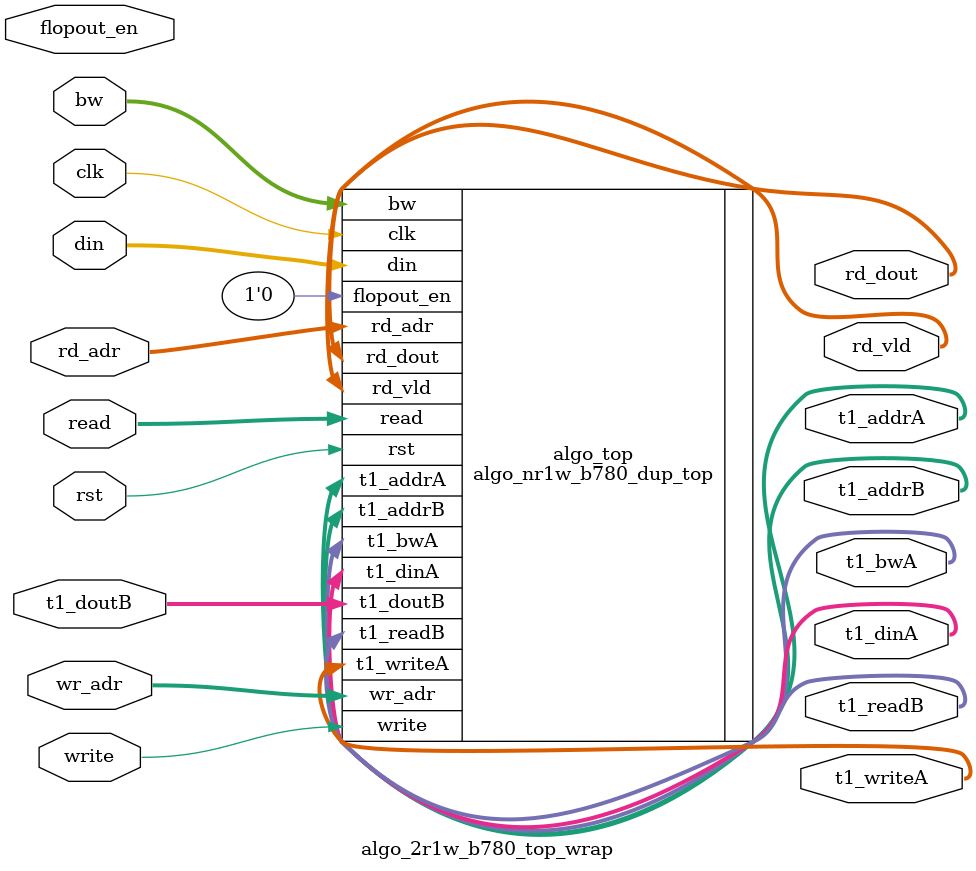
<source format=v>
module algo_2r1w_b780_top_wrap
#(parameter IP_WIDTH = 32, parameter IP_BITWIDTH = 5, parameter IP_DECCBITS = 7, parameter IP_NUMADDR = 8192, parameter IP_BITADDR = 13, 
parameter IP_NUMVBNK = 4,	parameter IP_BITVBNK = 2, parameter IP_BITPBNK = 3,
parameter IP_ENAECC = 0, parameter IP_ENAPAR = 0, parameter IP_SECCBITS = 4, parameter IP_SECCDWIDTH = 3, 
parameter FLOPECC = 0, parameter FLOPIN = 0, parameter FLOPOUT = 0, parameter FLOPCMD = 0, parameter FLOPMEM = 0,

parameter T1_WIDTH = 64, parameter T1_NUMVBNK = 1, parameter T1_BITVBNK = 1, parameter T1_DELAY = 1,
parameter T1_BITWSPF = 0, parameter T1_NUMWRDS = 1, parameter T1_BITWRDS = 1,  parameter T1_NUMSROW = 4096, parameter T1_BITSROW = 12, parameter T1_PHYWDTH = 128,
parameter T1_NUMVROW = 8192, parameter T1_BITVROW = 13
)

(clk, rst, write, wr_adr, bw, din, read, rd_adr, rd_dout, rd_vld, flopout_en,
 t1_writeA, t1_addrA, t1_dinA, t1_bwA, t1_readB, t1_addrB, t1_doutB);

  parameter WIDTH = IP_WIDTH;
  parameter BITWDTH = IP_BITWIDTH;
  parameter ENAPAR = IP_ENAPAR;
  parameter ENAECC = IP_ENAECC;
  parameter ECCWDTH = IP_DECCBITS;
  parameter NUMRDPT = 2;
  parameter NUMADDR = IP_NUMADDR;
  parameter BITADDR = IP_BITADDR;
  parameter NUMVROW = T1_NUMVROW;
  parameter BITVROW = T1_BITVROW;
  parameter NUMVBNK = IP_NUMVBNK;
  parameter BITVBNK = (IP_BITVBNK==0) ? 1 : IP_BITVBNK;
  parameter SRAM_DELAY = T1_DELAY;
  parameter NUMWRDS = T1_NUMWRDS;      // ALIGN Parameters
  parameter BITWRDS = T1_BITWRDS;
  parameter NUMSROW = T1_NUMSROW;
  parameter BITSROW = T1_BITSROW;      
  parameter PHYWDTH = T1_PHYWDTH;
  parameter BITPADR = IP_BITVBNK+BITSROW+BITWRDS+1;
  parameter FLOPWTH = FLOPOUT >0?FLOPOUT:1;

  input                                            write;
  input [BITADDR-1:0]                              wr_adr;
  input [WIDTH-1:0]                                bw;
  input [WIDTH-1:0]                                din;

  input [NUMRDPT-1:0]                              read;
  input [NUMRDPT*BITADDR-1:0]                      rd_adr;
  output [NUMRDPT-1:0]                             rd_vld;
  output [NUMRDPT*WIDTH-1:0]                       rd_dout;

  input                                            clk, rst;

  input [FLOPWTH-1:0]                              flopout_en;

  output [NUMRDPT*NUMVBNK-1:0]                     t1_writeA;
  output [NUMRDPT*NUMVBNK*BITSROW-1:0]   		   t1_addrA;
  output [NUMRDPT*NUMVBNK*PHYWDTH-1:0]             t1_dinA;
  output [NUMRDPT*NUMVBNK*PHYWDTH-1:0]             t1_bwA;

  output [NUMRDPT*NUMVBNK-1:0]                     t1_readB;
  output [NUMRDPT*NUMVBNK*BITSROW-1:0]   		   t1_addrB;
  input  [NUMRDPT*NUMVBNK*PHYWDTH-1:0]             t1_doutB;


  algo_nr1w_b780_dup_top #(.WIDTH(WIDTH), .BITWDTH(BITWDTH), .NUMRDPT(NUMRDPT), .ENAPAR(ENAPAR), .ENAECC(ENAECC), .ECCWDTH(ECCWDTH),
					  .NUMADDR(NUMADDR), .BITADDR(BITADDR), .NUMVROW(NUMVROW), .BITVROW(BITVROW), .NUMVBNK(NUMVBNK), .BITVBNK(BITVBNK),
					  .NUMWRDS(NUMWRDS),   .BITWRDS(BITWRDS),   .NUMSROW(NUMSROW),   .BITSROW(BITSROW), .PHYWDTH(PHYWDTH), 
					  .SRAM_DELAY(SRAM_DELAY), .FLOPIN(FLOPIN),   .FLOPCMD(FLOPCMD),   .FLOPMEM(FLOPMEM),   .FLOPOUT(FLOPOUT),  .FLOPWTH(FLOPWTH))
				algo_top
					(.clk(clk), .rst(rst), 
					 .write(write), .wr_adr(wr_adr), .bw(bw), .din(din),
                     .flopout_en({FLOPWTH{1'b0}}),
					 .read(read), .rd_adr(rd_adr), .rd_vld(rd_vld), .rd_dout(rd_dout), 
					 .t1_writeA(t1_writeA), .t1_addrA(t1_addrA), .t1_dinA(t1_dinA), .t1_bwA(t1_bwA), .t1_readB(t1_readB), .t1_addrB(t1_addrB), .t1_doutB(t1_doutB));
  
endmodule    //algo_2r1w_b780_top_wrap


</source>
